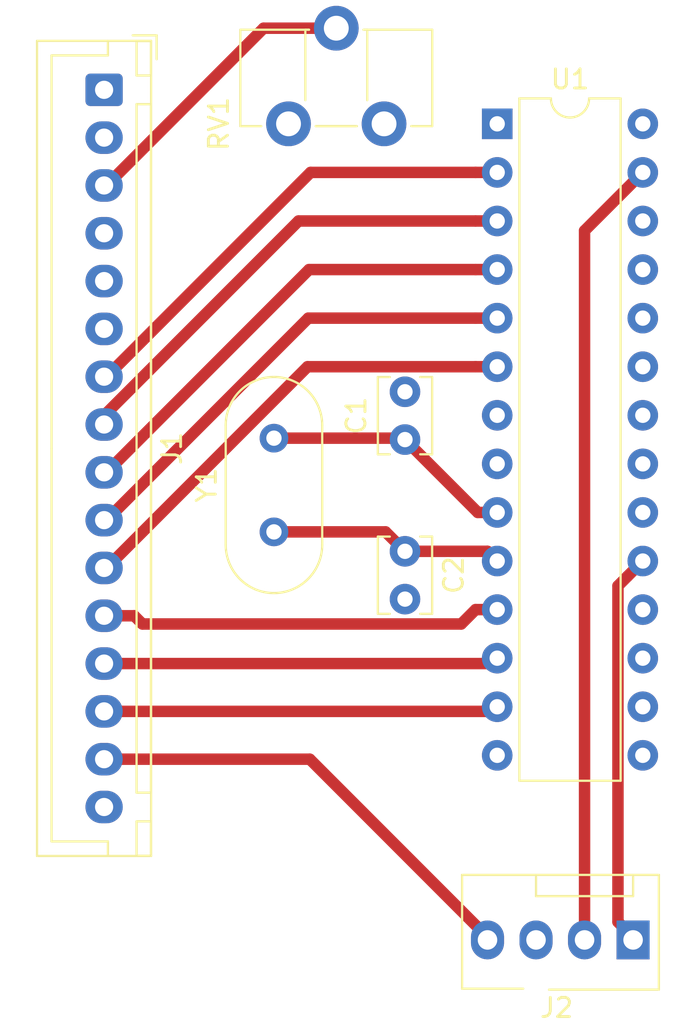
<source format=kicad_pcb>
(kicad_pcb (version 20171130) (host pcbnew "(5.0.1-3-g963ef8bb5)")

  (general
    (thickness 1.6)
    (drawings 0)
    (tracks 52)
    (zones 0)
    (modules 7)
    (nets 29)
  )

  (page A4)
  (layers
    (0 F.Cu signal)
    (31 B.Cu signal)
    (32 B.Adhes user)
    (33 F.Adhes user)
    (34 B.Paste user)
    (35 F.Paste user)
    (36 B.SilkS user)
    (37 F.SilkS user)
    (38 B.Mask user)
    (39 F.Mask user)
    (40 Dwgs.User user)
    (41 Cmts.User user)
    (42 Eco1.User user)
    (43 Eco2.User user)
    (44 Edge.Cuts user)
    (45 Margin user)
    (46 B.CrtYd user)
    (47 F.CrtYd user)
    (48 B.Fab user)
    (49 F.Fab user)
  )

  (setup
    (last_trace_width 0.6)
    (user_trace_width 0.5)
    (user_trace_width 0.6)
    (trace_clearance 0.2)
    (zone_clearance 0.508)
    (zone_45_only no)
    (trace_min 0.2)
    (segment_width 0.2)
    (edge_width 0.05)
    (via_size 0.8)
    (via_drill 0.4)
    (via_min_size 0.4)
    (via_min_drill 0.3)
    (user_via 2 1)
    (uvia_size 0.3)
    (uvia_drill 0.1)
    (uvias_allowed no)
    (uvia_min_size 0.2)
    (uvia_min_drill 0.1)
    (pcb_text_width 0.3)
    (pcb_text_size 1.5 1.5)
    (mod_edge_width 0.12)
    (mod_text_size 1 1)
    (mod_text_width 0.15)
    (pad_size 2.34 2.34)
    (pad_drill 1.3)
    (pad_to_mask_clearance 0.051)
    (solder_mask_min_width 0.25)
    (aux_axis_origin 0 0)
    (visible_elements FFFFFF7F)
    (pcbplotparams
      (layerselection 0x010fc_ffffffff)
      (usegerberextensions false)
      (usegerberattributes false)
      (usegerberadvancedattributes false)
      (creategerberjobfile false)
      (excludeedgelayer true)
      (linewidth 0.100000)
      (plotframeref false)
      (viasonmask false)
      (mode 1)
      (useauxorigin false)
      (hpglpennumber 1)
      (hpglpenspeed 20)
      (hpglpendiameter 15.000000)
      (psnegative false)
      (psa4output false)
      (plotreference true)
      (plotvalue true)
      (plotinvisibletext false)
      (padsonsilk false)
      (subtractmaskfromsilk false)
      (outputformat 1)
      (mirror false)
      (drillshape 1)
      (scaleselection 1)
      (outputdirectory ""))
  )

  (net 0 "")
  (net 1 "Net-(C1-Pad1)")
  (net 2 "Net-(C2-Pad1)")
  (net 3 "Net-(J1-Pad14)")
  (net 4 "Net-(J1-Pad13)")
  (net 5 "Net-(J1-Pad12)")
  (net 6 "Net-(J1-Pad11)")
  (net 7 "Net-(J1-Pad10)")
  (net 8 "Net-(J1-Pad9)")
  (net 9 "Net-(J1-Pad8)")
  (net 10 "Net-(J1-Pad7)")
  (net 11 "Net-(J1-Pad6)")
  (net 12 "Net-(J1-Pad4)")
  (net 13 "Net-(J1-Pad3)")
  (net 14 "Net-(J2-Pad2)")
  (net 15 "Net-(J2-Pad1)")
  (net 16 "Net-(U1-Pad26)")
  (net 17 "Net-(U1-Pad25)")
  (net 18 "Net-(U1-Pad24)")
  (net 19 "Net-(U1-Pad23)")
  (net 20 "Net-(U1-Pad21)")
  (net 21 "Net-(U1-Pad20)")
  (net 22 "Net-(U1-Pad16)")
  (net 23 "Net-(C1-Pad2)")
  (net 24 "Net-(J1-Pad15)")
  (net 25 "Net-(J3-Pada3)")
  (net 26 "Net-(J3-Padb2)")
  (net 27 "Net-(J3-Pada1)")
  (net 28 "Net-(U1-Pad28)")

  (net_class Default "This is the default net class."
    (clearance 0.2)
    (trace_width 0.25)
    (via_dia 0.8)
    (via_drill 0.4)
    (uvia_dia 0.3)
    (uvia_drill 0.1)
    (add_net "Net-(C1-Pad1)")
    (add_net "Net-(C1-Pad2)")
    (add_net "Net-(C2-Pad1)")
    (add_net "Net-(J1-Pad10)")
    (add_net "Net-(J1-Pad11)")
    (add_net "Net-(J1-Pad12)")
    (add_net "Net-(J1-Pad13)")
    (add_net "Net-(J1-Pad14)")
    (add_net "Net-(J1-Pad15)")
    (add_net "Net-(J1-Pad3)")
    (add_net "Net-(J1-Pad4)")
    (add_net "Net-(J1-Pad6)")
    (add_net "Net-(J1-Pad7)")
    (add_net "Net-(J1-Pad8)")
    (add_net "Net-(J1-Pad9)")
    (add_net "Net-(J2-Pad1)")
    (add_net "Net-(J2-Pad2)")
    (add_net "Net-(J3-Pada1)")
    (add_net "Net-(J3-Pada3)")
    (add_net "Net-(J3-Padb2)")
    (add_net "Net-(U1-Pad16)")
    (add_net "Net-(U1-Pad20)")
    (add_net "Net-(U1-Pad21)")
    (add_net "Net-(U1-Pad23)")
    (add_net "Net-(U1-Pad24)")
    (add_net "Net-(U1-Pad25)")
    (add_net "Net-(U1-Pad26)")
    (add_net "Net-(U1-Pad28)")
  )

  (module Crystal:Crystal_HC18-U_Vertical (layer F.Cu) (tedit 5A1AD3B7) (tstamp 5E4D3BD1)
    (at 130.556 123.952 90)
    (descr "Crystal THT HC-18/U, http://5hertz.com/pdfs/04404_D.pdf")
    (tags "THT crystalHC-18/U")
    (path /5E4C5469)
    (fp_text reference Y1 (at 2.45 -3.525 90) (layer F.SilkS)
      (effects (font (size 1 1) (thickness 0.15)))
    )
    (fp_text value Crystal (at 2.45 3.525 90) (layer F.Fab)
      (effects (font (size 1 1) (thickness 0.15)))
    )
    (fp_text user %R (at 2.45 0 90) (layer F.Fab)
      (effects (font (size 1 1) (thickness 0.15)))
    )
    (fp_line (start -0.675 -2.325) (end 5.575 -2.325) (layer F.Fab) (width 0.1))
    (fp_line (start -0.675 2.325) (end 5.575 2.325) (layer F.Fab) (width 0.1))
    (fp_line (start -0.55 -2) (end 5.45 -2) (layer F.Fab) (width 0.1))
    (fp_line (start -0.55 2) (end 5.45 2) (layer F.Fab) (width 0.1))
    (fp_line (start -0.675 -2.525) (end 5.575 -2.525) (layer F.SilkS) (width 0.12))
    (fp_line (start -0.675 2.525) (end 5.575 2.525) (layer F.SilkS) (width 0.12))
    (fp_line (start -3.5 -2.8) (end -3.5 2.8) (layer F.CrtYd) (width 0.05))
    (fp_line (start -3.5 2.8) (end 8.4 2.8) (layer F.CrtYd) (width 0.05))
    (fp_line (start 8.4 2.8) (end 8.4 -2.8) (layer F.CrtYd) (width 0.05))
    (fp_line (start 8.4 -2.8) (end -3.5 -2.8) (layer F.CrtYd) (width 0.05))
    (fp_arc (start -0.675 0) (end -0.675 -2.325) (angle -180) (layer F.Fab) (width 0.1))
    (fp_arc (start 5.575 0) (end 5.575 -2.325) (angle 180) (layer F.Fab) (width 0.1))
    (fp_arc (start -0.55 0) (end -0.55 -2) (angle -180) (layer F.Fab) (width 0.1))
    (fp_arc (start 5.45 0) (end 5.45 -2) (angle 180) (layer F.Fab) (width 0.1))
    (fp_arc (start -0.675 0) (end -0.675 -2.525) (angle -180) (layer F.SilkS) (width 0.12))
    (fp_arc (start 5.575 0) (end 5.575 -2.525) (angle 180) (layer F.SilkS) (width 0.12))
    (pad 1 thru_hole circle (at 0 0 90) (size 1.5 1.5) (drill 0.8) (layers *.Cu *.Mask)
      (net 2 "Net-(C2-Pad1)"))
    (pad 2 thru_hole circle (at 4.9 0 90) (size 1.5 1.5) (drill 0.8) (layers *.Cu *.Mask)
      (net 1 "Net-(C1-Pad1)"))
    (model ${KISYS3DMOD}/Crystal.3dshapes/Crystal_HC18-U_Vertical.wrl
      (at (xyz 0 0 0))
      (scale (xyz 1 1 1))
      (rotate (xyz 0 0 0))
    )
  )

  (module Capacitor_THT:C_Disc_D3.8mm_W2.6mm_P2.50mm (layer F.Cu) (tedit 5AE50EF0) (tstamp 5E4D36B1)
    (at 137.414 119.126 90)
    (descr "C, Disc series, Radial, pin pitch=2.50mm, , diameter*width=3.8*2.6mm^2, Capacitor, http://www.vishay.com/docs/45233/krseries.pdf")
    (tags "C Disc series Radial pin pitch 2.50mm  diameter 3.8mm width 2.6mm Capacitor")
    (path /5E4C3E89)
    (fp_text reference C1 (at 1.25 -2.55 90) (layer F.SilkS)
      (effects (font (size 1 1) (thickness 0.15)))
    )
    (fp_text value C (at 1.25 2.55 90) (layer F.Fab)
      (effects (font (size 1 1) (thickness 0.15)))
    )
    (fp_line (start -0.65 -1.3) (end -0.65 1.3) (layer F.Fab) (width 0.1))
    (fp_line (start -0.65 1.3) (end 3.15 1.3) (layer F.Fab) (width 0.1))
    (fp_line (start 3.15 1.3) (end 3.15 -1.3) (layer F.Fab) (width 0.1))
    (fp_line (start 3.15 -1.3) (end -0.65 -1.3) (layer F.Fab) (width 0.1))
    (fp_line (start -0.77 -1.42) (end 3.27 -1.42) (layer F.SilkS) (width 0.12))
    (fp_line (start -0.77 1.42) (end 3.27 1.42) (layer F.SilkS) (width 0.12))
    (fp_line (start -0.77 -1.42) (end -0.77 -0.795) (layer F.SilkS) (width 0.12))
    (fp_line (start -0.77 0.795) (end -0.77 1.42) (layer F.SilkS) (width 0.12))
    (fp_line (start 3.27 -1.42) (end 3.27 -0.795) (layer F.SilkS) (width 0.12))
    (fp_line (start 3.27 0.795) (end 3.27 1.42) (layer F.SilkS) (width 0.12))
    (fp_line (start -1.05 -1.55) (end -1.05 1.55) (layer F.CrtYd) (width 0.05))
    (fp_line (start -1.05 1.55) (end 3.55 1.55) (layer F.CrtYd) (width 0.05))
    (fp_line (start 3.55 1.55) (end 3.55 -1.55) (layer F.CrtYd) (width 0.05))
    (fp_line (start 3.55 -1.55) (end -1.05 -1.55) (layer F.CrtYd) (width 0.05))
    (fp_text user %R (at 1.25 0 90) (layer F.Fab)
      (effects (font (size 0.76 0.76) (thickness 0.114)))
    )
    (pad 1 thru_hole circle (at 0 0 90) (size 1.6 1.6) (drill 0.8) (layers *.Cu *.Mask)
      (net 1 "Net-(C1-Pad1)"))
    (pad 2 thru_hole circle (at 2.5 0 90) (size 1.6 1.6) (drill 0.8) (layers *.Cu *.Mask)
      (net 23 "Net-(C1-Pad2)"))
    (model ${KISYS3DMOD}/Capacitor_THT.3dshapes/C_Disc_D3.8mm_W2.6mm_P2.50mm.wrl
      (at (xyz 0 0 0))
      (scale (xyz 1 1 1))
      (rotate (xyz 0 0 0))
    )
  )

  (module Capacitor_THT:C_Disc_D3.8mm_W2.6mm_P2.50mm (layer F.Cu) (tedit 5AE50EF0) (tstamp 5E4D3CA4)
    (at 137.414 124.968 270)
    (descr "C, Disc series, Radial, pin pitch=2.50mm, , diameter*width=3.8*2.6mm^2, Capacitor, http://www.vishay.com/docs/45233/krseries.pdf")
    (tags "C Disc series Radial pin pitch 2.50mm  diameter 3.8mm width 2.6mm Capacitor")
    (path /5E4C4CD7)
    (fp_text reference C2 (at 1.25 -2.55 270) (layer F.SilkS)
      (effects (font (size 1 1) (thickness 0.15)))
    )
    (fp_text value C (at 1.25 2.55 270) (layer F.Fab)
      (effects (font (size 1 1) (thickness 0.15)))
    )
    (fp_text user %R (at 1.25 0 270) (layer F.Fab)
      (effects (font (size 0.76 0.76) (thickness 0.114)))
    )
    (fp_line (start 3.55 -1.55) (end -1.05 -1.55) (layer F.CrtYd) (width 0.05))
    (fp_line (start 3.55 1.55) (end 3.55 -1.55) (layer F.CrtYd) (width 0.05))
    (fp_line (start -1.05 1.55) (end 3.55 1.55) (layer F.CrtYd) (width 0.05))
    (fp_line (start -1.05 -1.55) (end -1.05 1.55) (layer F.CrtYd) (width 0.05))
    (fp_line (start 3.27 0.795) (end 3.27 1.42) (layer F.SilkS) (width 0.12))
    (fp_line (start 3.27 -1.42) (end 3.27 -0.795) (layer F.SilkS) (width 0.12))
    (fp_line (start -0.77 0.795) (end -0.77 1.42) (layer F.SilkS) (width 0.12))
    (fp_line (start -0.77 -1.42) (end -0.77 -0.795) (layer F.SilkS) (width 0.12))
    (fp_line (start -0.77 1.42) (end 3.27 1.42) (layer F.SilkS) (width 0.12))
    (fp_line (start -0.77 -1.42) (end 3.27 -1.42) (layer F.SilkS) (width 0.12))
    (fp_line (start 3.15 -1.3) (end -0.65 -1.3) (layer F.Fab) (width 0.1))
    (fp_line (start 3.15 1.3) (end 3.15 -1.3) (layer F.Fab) (width 0.1))
    (fp_line (start -0.65 1.3) (end 3.15 1.3) (layer F.Fab) (width 0.1))
    (fp_line (start -0.65 -1.3) (end -0.65 1.3) (layer F.Fab) (width 0.1))
    (pad 2 thru_hole circle (at 2.5 0 270) (size 1.6 1.6) (drill 0.8) (layers *.Cu *.Mask)
      (net 23 "Net-(C1-Pad2)"))
    (pad 1 thru_hole circle (at 0 0 270) (size 1.6 1.6) (drill 0.8) (layers *.Cu *.Mask)
      (net 2 "Net-(C2-Pad1)"))
    (model ${KISYS3DMOD}/Capacitor_THT.3dshapes/C_Disc_D3.8mm_W2.6mm_P2.50mm.wrl
      (at (xyz 0 0 0))
      (scale (xyz 1 1 1))
      (rotate (xyz 0 0 0))
    )
  )

  (module Connector_JST:JST_XH_B16B-XH-A_1x16_P2.50mm_Vertical (layer F.Cu) (tedit 5B7754C5) (tstamp 5E4D36FD)
    (at 121.666 100.838 270)
    (descr "JST XH series connector, B16B-XH-A (http://www.jst-mfg.com/product/pdf/eng/eXH.pdf), generated with kicad-footprint-generator")
    (tags "connector JST XH side entry")
    (path /5E4C6E3B)
    (fp_text reference J1 (at 18.75 -3.55 270) (layer F.SilkS)
      (effects (font (size 1 1) (thickness 0.15)))
    )
    (fp_text value Conn_01x16_Female (at 18.75 4.6 270) (layer F.Fab)
      (effects (font (size 1 1) (thickness 0.15)))
    )
    (fp_line (start -2.45 -2.35) (end -2.45 3.4) (layer F.Fab) (width 0.1))
    (fp_line (start -2.45 3.4) (end 39.95 3.4) (layer F.Fab) (width 0.1))
    (fp_line (start 39.95 3.4) (end 39.95 -2.35) (layer F.Fab) (width 0.1))
    (fp_line (start 39.95 -2.35) (end -2.45 -2.35) (layer F.Fab) (width 0.1))
    (fp_line (start -2.56 -2.46) (end -2.56 3.51) (layer F.SilkS) (width 0.12))
    (fp_line (start -2.56 3.51) (end 40.06 3.51) (layer F.SilkS) (width 0.12))
    (fp_line (start 40.06 3.51) (end 40.06 -2.46) (layer F.SilkS) (width 0.12))
    (fp_line (start 40.06 -2.46) (end -2.56 -2.46) (layer F.SilkS) (width 0.12))
    (fp_line (start -2.95 -2.85) (end -2.95 3.9) (layer F.CrtYd) (width 0.05))
    (fp_line (start -2.95 3.9) (end 40.45 3.9) (layer F.CrtYd) (width 0.05))
    (fp_line (start 40.45 3.9) (end 40.45 -2.85) (layer F.CrtYd) (width 0.05))
    (fp_line (start 40.45 -2.85) (end -2.95 -2.85) (layer F.CrtYd) (width 0.05))
    (fp_line (start -0.625 -2.35) (end 0 -1.35) (layer F.Fab) (width 0.1))
    (fp_line (start 0 -1.35) (end 0.625 -2.35) (layer F.Fab) (width 0.1))
    (fp_line (start 0.75 -2.45) (end 0.75 -1.7) (layer F.SilkS) (width 0.12))
    (fp_line (start 0.75 -1.7) (end 36.75 -1.7) (layer F.SilkS) (width 0.12))
    (fp_line (start 36.75 -1.7) (end 36.75 -2.45) (layer F.SilkS) (width 0.12))
    (fp_line (start 36.75 -2.45) (end 0.75 -2.45) (layer F.SilkS) (width 0.12))
    (fp_line (start -2.55 -2.45) (end -2.55 -1.7) (layer F.SilkS) (width 0.12))
    (fp_line (start -2.55 -1.7) (end -0.75 -1.7) (layer F.SilkS) (width 0.12))
    (fp_line (start -0.75 -1.7) (end -0.75 -2.45) (layer F.SilkS) (width 0.12))
    (fp_line (start -0.75 -2.45) (end -2.55 -2.45) (layer F.SilkS) (width 0.12))
    (fp_line (start 38.25 -2.45) (end 38.25 -1.7) (layer F.SilkS) (width 0.12))
    (fp_line (start 38.25 -1.7) (end 40.05 -1.7) (layer F.SilkS) (width 0.12))
    (fp_line (start 40.05 -1.7) (end 40.05 -2.45) (layer F.SilkS) (width 0.12))
    (fp_line (start 40.05 -2.45) (end 38.25 -2.45) (layer F.SilkS) (width 0.12))
    (fp_line (start -2.55 -0.2) (end -1.8 -0.2) (layer F.SilkS) (width 0.12))
    (fp_line (start -1.8 -0.2) (end -1.8 2.75) (layer F.SilkS) (width 0.12))
    (fp_line (start -1.8 2.75) (end 18.75 2.75) (layer F.SilkS) (width 0.12))
    (fp_line (start 40.05 -0.2) (end 39.3 -0.2) (layer F.SilkS) (width 0.12))
    (fp_line (start 39.3 -0.2) (end 39.3 2.75) (layer F.SilkS) (width 0.12))
    (fp_line (start 39.3 2.75) (end 18.75 2.75) (layer F.SilkS) (width 0.12))
    (fp_line (start -1.6 -2.75) (end -2.85 -2.75) (layer F.SilkS) (width 0.12))
    (fp_line (start -2.85 -2.75) (end -2.85 -1.5) (layer F.SilkS) (width 0.12))
    (fp_text user %R (at 18.75 2.7 270) (layer F.Fab)
      (effects (font (size 1 1) (thickness 0.15)))
    )
    (pad 1 thru_hole roundrect (at 0 0 270) (size 1.7 1.95) (drill 0.95) (layers *.Cu *.Mask) (roundrect_rratio 0.147059)
      (net 23 "Net-(C1-Pad2)"))
    (pad 2 thru_hole oval (at 2.5 0 270) (size 1.7 1.95) (drill 0.95) (layers *.Cu *.Mask)
      (net 24 "Net-(J1-Pad15)"))
    (pad 3 thru_hole oval (at 5 0 270) (size 1.7 1.95) (drill 0.95) (layers *.Cu *.Mask)
      (net 13 "Net-(J1-Pad3)"))
    (pad 4 thru_hole oval (at 7.5 0 270) (size 1.7 1.95) (drill 0.95) (layers *.Cu *.Mask)
      (net 12 "Net-(J1-Pad4)"))
    (pad 5 thru_hole oval (at 10 0 270) (size 1.7 1.95) (drill 0.95) (layers *.Cu *.Mask)
      (net 23 "Net-(C1-Pad2)"))
    (pad 6 thru_hole oval (at 12.5 0 270) (size 1.7 1.95) (drill 0.95) (layers *.Cu *.Mask)
      (net 11 "Net-(J1-Pad6)"))
    (pad 7 thru_hole oval (at 15 0 270) (size 1.7 1.95) (drill 0.95) (layers *.Cu *.Mask)
      (net 10 "Net-(J1-Pad7)"))
    (pad 8 thru_hole oval (at 17.5 0 270) (size 1.7 1.95) (drill 0.95) (layers *.Cu *.Mask)
      (net 9 "Net-(J1-Pad8)"))
    (pad 9 thru_hole oval (at 20 0 270) (size 1.7 1.95) (drill 0.95) (layers *.Cu *.Mask)
      (net 8 "Net-(J1-Pad9)"))
    (pad 10 thru_hole oval (at 22.5 0 270) (size 1.7 1.95) (drill 0.95) (layers *.Cu *.Mask)
      (net 7 "Net-(J1-Pad10)"))
    (pad 11 thru_hole oval (at 25 0 270) (size 1.7 1.95) (drill 0.95) (layers *.Cu *.Mask)
      (net 6 "Net-(J1-Pad11)"))
    (pad 12 thru_hole oval (at 27.5 0 270) (size 1.7 1.95) (drill 0.95) (layers *.Cu *.Mask)
      (net 5 "Net-(J1-Pad12)"))
    (pad 13 thru_hole oval (at 30 0 270) (size 1.7 1.95) (drill 0.95) (layers *.Cu *.Mask)
      (net 4 "Net-(J1-Pad13)"))
    (pad 14 thru_hole oval (at 32.5 0 270) (size 1.7 1.95) (drill 0.95) (layers *.Cu *.Mask)
      (net 3 "Net-(J1-Pad14)"))
    (pad 15 thru_hole oval (at 35 0 270) (size 1.7 1.95) (drill 0.95) (layers *.Cu *.Mask)
      (net 24 "Net-(J1-Pad15)"))
    (pad 16 thru_hole oval (at 37.5 0 270) (size 1.7 1.95) (drill 0.95) (layers *.Cu *.Mask)
      (net 23 "Net-(C1-Pad2)"))
    (model ${KISYS3DMOD}/Connector_JST.3dshapes/JST_XH_B16B-XH-A_1x16_P2.50mm_Vertical.wrl
      (at (xyz 0 0 0))
      (scale (xyz 1 1 1))
      (rotate (xyz 0 0 0))
    )
  )

  (module Connector:FanPinHeader_1x04_P2.54mm_Vertical (layer F.Cu) (tedit 5A19DE55) (tstamp 5E4D371C)
    (at 149.352 145.288 180)
    (descr "4-pin CPU fan Through hole pin header, e.g. for Wieson part number 2366C888-007 Molex 47053-1000, Foxconn HF27040-M1, Tyco 1470947-1 or equivalent, see http://www.formfactors.org/developer%5Cspecs%5Crev1_2_public.pdf")
    (tags "pin header 4-pin CPU fan")
    (path /5E4CC5C4)
    (fp_text reference J2 (at 4 -3.55 180) (layer F.SilkS)
      (effects (font (size 1 1) (thickness 0.15)))
    )
    (fp_text value Conn_01x04_Male (at 4.05 4.35 180) (layer F.Fab)
      (effects (font (size 1 1) (thickness 0.15)))
    )
    (fp_text user %R (at 1.85 -1.75 180) (layer F.Fab)
      (effects (font (size 1 1) (thickness 0.15)))
    )
    (fp_line (start -1.35 -2.6) (end 4.4 -2.6) (layer F.SilkS) (width 0.12))
    (fp_line (start 5.75 -2.55) (end 8.95 -2.55) (layer F.SilkS) (width 0.12))
    (fp_line (start 8.95 -2.55) (end 8.95 3.4) (layer F.SilkS) (width 0.12))
    (fp_line (start 8.95 3.4) (end -1.35 3.4) (layer F.SilkS) (width 0.12))
    (fp_line (start -1.35 3.4) (end -1.35 -2.6) (layer F.SilkS) (width 0.12))
    (fp_line (start 5.1 3.3) (end 5.1 2.3) (layer F.Fab) (width 0.1))
    (fp_line (start 5.1 2.3) (end 0 2.3) (layer F.Fab) (width 0.1))
    (fp_line (start 0 2.3) (end 0 3.3) (layer F.Fab) (width 0.1))
    (fp_line (start 5.75 -2.5) (end 8.85 -2.5) (layer F.Fab) (width 0.1))
    (fp_line (start 8.85 -2.5) (end 8.85 3.3) (layer F.Fab) (width 0.1))
    (fp_line (start 8.85 3.3) (end -1.2 3.3) (layer F.Fab) (width 0.1))
    (fp_line (start -1.2 3.3) (end -1.25 3.3) (layer F.Fab) (width 0.1))
    (fp_line (start -1.25 3.3) (end -1.25 -2.5) (layer F.Fab) (width 0.1))
    (fp_line (start -1.25 -2.5) (end 4.4 -2.5) (layer F.Fab) (width 0.1))
    (fp_line (start 0 3.3) (end 0 2.29) (layer F.SilkS) (width 0.12))
    (fp_line (start 0 2.29) (end 5.08 2.29) (layer F.SilkS) (width 0.12))
    (fp_line (start 5.08 2.29) (end 5.08 3.3) (layer F.SilkS) (width 0.12))
    (fp_line (start -1.75 3.8) (end -1.75 -3.2) (layer F.CrtYd) (width 0.05))
    (fp_line (start -1.75 3.8) (end 9.35 3.8) (layer F.CrtYd) (width 0.05))
    (fp_line (start 9.35 -3.2) (end -1.75 -3.2) (layer F.CrtYd) (width 0.05))
    (fp_line (start 9.35 -3.2) (end 9.35 3.8) (layer F.CrtYd) (width 0.05))
    (pad 1 thru_hole rect (at 0 0 270) (size 2.03 1.73) (drill 1.02) (layers *.Cu *.Mask)
      (net 15 "Net-(J2-Pad1)"))
    (pad 2 thru_hole oval (at 2.54 0 270) (size 2.03 1.73) (drill 1.02) (layers *.Cu *.Mask)
      (net 14 "Net-(J2-Pad2)"))
    (pad 3 thru_hole oval (at 5.08 0 270) (size 2.03 1.73) (drill 1.02) (layers *.Cu *.Mask)
      (net 23 "Net-(C1-Pad2)"))
    (pad 4 thru_hole oval (at 7.62 0 270) (size 2.03 1.73) (drill 1.02) (layers *.Cu *.Mask)
      (net 24 "Net-(J1-Pad15)"))
    (pad "" np_thru_hole circle (at 5.08 -2.16 270) (size 1.1 1.1) (drill 1.1) (layers *.Cu *.Mask))
    (model ${KISYS3DMOD}/Connector.3dshapes/FanPinHeader_1x04_P2.54mm_Vertical.wrl
      (at (xyz 0 0 0))
      (scale (xyz 1 1 1))
      (rotate (xyz 0 0 0))
    )
  )

  (module Potentiometer_THT:Potentiometer_ACP_CA9-H5_Horizontal (layer F.Cu) (tedit 5A3D4994) (tstamp 5E4D4372)
    (at 131.318 102.616 90)
    (descr "Potentiometer, horizontal, ACP CA9-H5, http://www.acptechnologies.com/wp-content/uploads/2017/05/02-ACP-CA9-CE9.pdf")
    (tags "Potentiometer horizontal ACP CA9-H5")
    (path /5E4C21B6)
    (fp_text reference RV1 (at 0 -3.65 90) (layer F.SilkS)
      (effects (font (size 1 1) (thickness 0.15)))
    )
    (fp_text value R_POT (at 0 8.65 90) (layer F.Fab)
      (effects (font (size 1 1) (thickness 0.15)))
    )
    (fp_line (start 4.8 -2.4) (end 4.8 7.4) (layer F.Fab) (width 0.1))
    (fp_line (start 4.8 7.4) (end 0 7.4) (layer F.Fab) (width 0.1))
    (fp_line (start 0 7.4) (end 0 -2.4) (layer F.Fab) (width 0.1))
    (fp_line (start 0 -2.4) (end 4.8 -2.4) (layer F.Fab) (width 0.1))
    (fp_line (start 0 1) (end 0 4) (layer F.Fab) (width 0.1))
    (fp_line (start 0 4) (end 4.8 4) (layer F.Fab) (width 0.1))
    (fp_line (start 4.8 4) (end 4.8 1) (layer F.Fab) (width 0.1))
    (fp_line (start 4.8 1) (end 0 1) (layer F.Fab) (width 0.1))
    (fp_line (start -0.121 -2.521) (end 4.92 -2.521) (layer F.SilkS) (width 0.12))
    (fp_line (start -0.121 7.52) (end 4.92 7.52) (layer F.SilkS) (width 0.12))
    (fp_line (start 4.92 -2.521) (end 4.92 1.075) (layer F.SilkS) (width 0.12))
    (fp_line (start 4.92 3.925) (end 4.92 7.52) (layer F.SilkS) (width 0.12))
    (fp_line (start -0.121 6.425) (end -0.121 7.52) (layer F.SilkS) (width 0.12))
    (fp_line (start -0.121 -2.521) (end -0.121 -1.426) (layer F.SilkS) (width 0.12))
    (fp_line (start -0.121 1.426) (end -0.121 3.575) (layer F.SilkS) (width 0.12))
    (fp_line (start 1.237 0.88) (end 4.92 0.88) (layer F.SilkS) (width 0.12))
    (fp_line (start 1.237 4.12) (end 4.92 4.12) (layer F.SilkS) (width 0.12))
    (fp_line (start -0.121 1.426) (end -0.121 3.575) (layer F.SilkS) (width 0.12))
    (fp_line (start 4.92 0.88) (end 4.92 1.075) (layer F.SilkS) (width 0.12))
    (fp_line (start 4.92 3.925) (end 4.92 4.12) (layer F.SilkS) (width 0.12))
    (fp_line (start -1.45 -2.7) (end -1.45 7.65) (layer F.CrtYd) (width 0.05))
    (fp_line (start -1.45 7.65) (end 6.45 7.65) (layer F.CrtYd) (width 0.05))
    (fp_line (start 6.45 7.65) (end 6.45 -2.7) (layer F.CrtYd) (width 0.05))
    (fp_line (start 6.45 -2.7) (end -1.45 -2.7) (layer F.CrtYd) (width 0.05))
    (fp_text user %R (at 2.4 2.5 90) (layer F.Fab)
      (effects (font (size 1 1) (thickness 0.15)))
    )
    (pad 3 thru_hole circle (at 0 5 90) (size 2.34 2.34) (drill 1.3) (layers *.Cu *.Mask)
      (net 23 "Net-(C1-Pad2)"))
    (pad 2 thru_hole circle (at 5 2.5 90) (size 2.34 2.34) (drill 1.3) (layers *.Cu *.Mask)
      (net 13 "Net-(J1-Pad3)"))
    (pad 1 thru_hole circle (at 0 0 90) (size 2.34 2.34) (drill 1.3) (layers *.Cu *.Mask)
      (net 24 "Net-(J1-Pad15)"))
    (model ${KISYS3DMOD}/Potentiometer_THT.3dshapes/Potentiometer_ACP_CA9-H5_Horizontal.wrl
      (at (xyz 0 0 0))
      (scale (xyz 1 1 1))
      (rotate (xyz 0 0 0))
    )
  )

  (module Package_DIP:DIP-28_W7.62mm (layer F.Cu) (tedit 5A02E8C5) (tstamp 5E4D376C)
    (at 142.24 102.616)
    (descr "28-lead though-hole mounted DIP package, row spacing 7.62 mm (300 mils)")
    (tags "THT DIP DIL PDIP 2.54mm 7.62mm 300mil")
    (path /5E4D81ED)
    (fp_text reference U1 (at 3.81 -2.33) (layer F.SilkS)
      (effects (font (size 1 1) (thickness 0.15)))
    )
    (fp_text value ATmega328P-PU (at 3.81 35.35) (layer F.Fab)
      (effects (font (size 1 1) (thickness 0.15)))
    )
    (fp_arc (start 3.81 -1.33) (end 2.81 -1.33) (angle -180) (layer F.SilkS) (width 0.12))
    (fp_line (start 1.635 -1.27) (end 6.985 -1.27) (layer F.Fab) (width 0.1))
    (fp_line (start 6.985 -1.27) (end 6.985 34.29) (layer F.Fab) (width 0.1))
    (fp_line (start 6.985 34.29) (end 0.635 34.29) (layer F.Fab) (width 0.1))
    (fp_line (start 0.635 34.29) (end 0.635 -0.27) (layer F.Fab) (width 0.1))
    (fp_line (start 0.635 -0.27) (end 1.635 -1.27) (layer F.Fab) (width 0.1))
    (fp_line (start 2.81 -1.33) (end 1.16 -1.33) (layer F.SilkS) (width 0.12))
    (fp_line (start 1.16 -1.33) (end 1.16 34.35) (layer F.SilkS) (width 0.12))
    (fp_line (start 1.16 34.35) (end 6.46 34.35) (layer F.SilkS) (width 0.12))
    (fp_line (start 6.46 34.35) (end 6.46 -1.33) (layer F.SilkS) (width 0.12))
    (fp_line (start 6.46 -1.33) (end 4.81 -1.33) (layer F.SilkS) (width 0.12))
    (fp_line (start -1.1 -1.55) (end -1.1 34.55) (layer F.CrtYd) (width 0.05))
    (fp_line (start -1.1 34.55) (end 8.7 34.55) (layer F.CrtYd) (width 0.05))
    (fp_line (start 8.7 34.55) (end 8.7 -1.55) (layer F.CrtYd) (width 0.05))
    (fp_line (start 8.7 -1.55) (end -1.1 -1.55) (layer F.CrtYd) (width 0.05))
    (fp_text user %R (at 3.81 16.51) (layer F.Fab)
      (effects (font (size 1 1) (thickness 0.15)))
    )
    (pad 1 thru_hole rect (at 0 0) (size 1.6 1.6) (drill 0.8) (layers *.Cu *.Mask)
      (net 25 "Net-(J3-Pada3)"))
    (pad 15 thru_hole oval (at 7.62 33.02) (size 1.6 1.6) (drill 0.8) (layers *.Cu *.Mask)
      (net 11 "Net-(J1-Pad6)"))
    (pad 2 thru_hole oval (at 0 2.54) (size 1.6 1.6) (drill 0.8) (layers *.Cu *.Mask)
      (net 10 "Net-(J1-Pad7)"))
    (pad 16 thru_hole oval (at 7.62 30.48) (size 1.6 1.6) (drill 0.8) (layers *.Cu *.Mask)
      (net 22 "Net-(U1-Pad16)"))
    (pad 3 thru_hole oval (at 0 5.08) (size 1.6 1.6) (drill 0.8) (layers *.Cu *.Mask)
      (net 9 "Net-(J1-Pad8)"))
    (pad 17 thru_hole oval (at 7.62 27.94) (size 1.6 1.6) (drill 0.8) (layers *.Cu *.Mask)
      (net 26 "Net-(J3-Padb2)"))
    (pad 4 thru_hole oval (at 0 7.62) (size 1.6 1.6) (drill 0.8) (layers *.Cu *.Mask)
      (net 8 "Net-(J1-Pad9)"))
    (pad 18 thru_hole oval (at 7.62 25.4) (size 1.6 1.6) (drill 0.8) (layers *.Cu *.Mask)
      (net 27 "Net-(J3-Pada1)"))
    (pad 5 thru_hole oval (at 0 10.16) (size 1.6 1.6) (drill 0.8) (layers *.Cu *.Mask)
      (net 7 "Net-(J1-Pad10)"))
    (pad 19 thru_hole oval (at 7.62 22.86) (size 1.6 1.6) (drill 0.8) (layers *.Cu *.Mask)
      (net 15 "Net-(J2-Pad1)"))
    (pad 6 thru_hole oval (at 0 12.7) (size 1.6 1.6) (drill 0.8) (layers *.Cu *.Mask)
      (net 6 "Net-(J1-Pad11)"))
    (pad 20 thru_hole oval (at 7.62 20.32) (size 1.6 1.6) (drill 0.8) (layers *.Cu *.Mask)
      (net 21 "Net-(U1-Pad20)"))
    (pad 7 thru_hole oval (at 0 15.24) (size 1.6 1.6) (drill 0.8) (layers *.Cu *.Mask)
      (net 24 "Net-(J1-Pad15)"))
    (pad 21 thru_hole oval (at 7.62 17.78) (size 1.6 1.6) (drill 0.8) (layers *.Cu *.Mask)
      (net 20 "Net-(U1-Pad21)"))
    (pad 8 thru_hole oval (at 0 17.78) (size 1.6 1.6) (drill 0.8) (layers *.Cu *.Mask)
      (net 23 "Net-(C1-Pad2)"))
    (pad 22 thru_hole oval (at 7.62 15.24) (size 1.6 1.6) (drill 0.8) (layers *.Cu *.Mask)
      (net 23 "Net-(C1-Pad2)"))
    (pad 9 thru_hole oval (at 0 20.32) (size 1.6 1.6) (drill 0.8) (layers *.Cu *.Mask)
      (net 1 "Net-(C1-Pad1)"))
    (pad 23 thru_hole oval (at 7.62 12.7) (size 1.6 1.6) (drill 0.8) (layers *.Cu *.Mask)
      (net 19 "Net-(U1-Pad23)"))
    (pad 10 thru_hole oval (at 0 22.86) (size 1.6 1.6) (drill 0.8) (layers *.Cu *.Mask)
      (net 2 "Net-(C2-Pad1)"))
    (pad 24 thru_hole oval (at 7.62 10.16) (size 1.6 1.6) (drill 0.8) (layers *.Cu *.Mask)
      (net 18 "Net-(U1-Pad24)"))
    (pad 11 thru_hole oval (at 0 25.4) (size 1.6 1.6) (drill 0.8) (layers *.Cu *.Mask)
      (net 5 "Net-(J1-Pad12)"))
    (pad 25 thru_hole oval (at 7.62 7.62) (size 1.6 1.6) (drill 0.8) (layers *.Cu *.Mask)
      (net 17 "Net-(U1-Pad25)"))
    (pad 12 thru_hole oval (at 0 27.94) (size 1.6 1.6) (drill 0.8) (layers *.Cu *.Mask)
      (net 4 "Net-(J1-Pad13)"))
    (pad 26 thru_hole oval (at 7.62 5.08) (size 1.6 1.6) (drill 0.8) (layers *.Cu *.Mask)
      (net 16 "Net-(U1-Pad26)"))
    (pad 13 thru_hole oval (at 0 30.48) (size 1.6 1.6) (drill 0.8) (layers *.Cu *.Mask)
      (net 3 "Net-(J1-Pad14)"))
    (pad 27 thru_hole oval (at 7.62 2.54) (size 1.6 1.6) (drill 0.8) (layers *.Cu *.Mask)
      (net 14 "Net-(J2-Pad2)"))
    (pad 14 thru_hole oval (at 0 33.02) (size 1.6 1.6) (drill 0.8) (layers *.Cu *.Mask)
      (net 12 "Net-(J1-Pad4)"))
    (pad 28 thru_hole oval (at 7.62 0) (size 1.6 1.6) (drill 0.8) (layers *.Cu *.Mask)
      (net 28 "Net-(U1-Pad28)"))
    (model ${KISYS3DMOD}/Package_DIP.3dshapes/DIP-28_W7.62mm.wrl
      (at (xyz 0 0 0))
      (scale (xyz 1 1 1))
      (rotate (xyz 0 0 0))
    )
  )

  (segment (start 141.224 122.936) (end 142.24 122.936) (width 0.6) (layer F.Cu) (net 1))
  (segment (start 137.414 119.126) (end 141.224 122.936) (width 0.6) (layer F.Cu) (net 1))
  (segment (start 137.34 119.052) (end 137.414 119.126) (width 0.6) (layer F.Cu) (net 1))
  (segment (start 130.556 119.052) (end 137.34 119.052) (width 0.6) (layer F.Cu) (net 1))
  (segment (start 141.732 124.968) (end 142.24 125.476) (width 0.6) (layer F.Cu) (net 2))
  (segment (start 137.414 124.968) (end 141.732 124.968) (width 0.6) (layer F.Cu) (net 2))
  (segment (start 136.398 123.952) (end 137.414 124.968) (width 0.6) (layer F.Cu) (net 2))
  (segment (start 130.556 123.952) (end 136.398 123.952) (width 0.6) (layer F.Cu) (net 2))
  (segment (start 141.998 133.338) (end 142.24 133.096) (width 0.6) (layer F.Cu) (net 3))
  (segment (start 121.666 133.338) (end 141.998 133.338) (width 0.6) (layer F.Cu) (net 3))
  (segment (start 142.188002 130.556) (end 142.24 130.556) (width 0.6) (layer F.Cu) (net 4))
  (segment (start 141.906002 130.838) (end 142.188002 130.556) (width 0.6) (layer F.Cu) (net 4))
  (segment (start 121.666 130.838) (end 141.906002 130.838) (width 0.6) (layer F.Cu) (net 4))
  (segment (start 140.356629 128.768001) (end 141.10863 128.016) (width 0.6) (layer F.Cu) (net 5))
  (segment (start 141.10863 128.016) (end 142.24 128.016) (width 0.6) (layer F.Cu) (net 5))
  (segment (start 123.671001 128.768001) (end 140.356629 128.768001) (width 0.6) (layer F.Cu) (net 5))
  (segment (start 123.241 128.338) (end 123.671001 128.768001) (width 0.6) (layer F.Cu) (net 5))
  (segment (start 121.666 128.338) (end 123.241 128.338) (width 0.6) (layer F.Cu) (net 5))
  (segment (start 141.10863 115.316) (end 142.24 115.316) (width 0.6) (layer F.Cu) (net 6))
  (segment (start 132.313 115.316) (end 141.10863 115.316) (width 0.6) (layer F.Cu) (net 6))
  (segment (start 121.791 125.838) (end 132.313 115.316) (width 0.6) (layer F.Cu) (net 6))
  (segment (start 121.666 125.838) (end 121.791 125.838) (width 0.6) (layer F.Cu) (net 6))
  (segment (start 132.353 112.776) (end 141.10863 112.776) (width 0.6) (layer F.Cu) (net 7))
  (segment (start 121.791 123.338) (end 132.353 112.776) (width 0.6) (layer F.Cu) (net 7))
  (segment (start 141.10863 112.776) (end 142.24 112.776) (width 0.6) (layer F.Cu) (net 7))
  (segment (start 121.666 123.338) (end 121.791 123.338) (width 0.6) (layer F.Cu) (net 7))
  (segment (start 141.10863 110.236) (end 142.24 110.236) (width 0.6) (layer F.Cu) (net 8))
  (segment (start 132.393 110.236) (end 141.10863 110.236) (width 0.6) (layer F.Cu) (net 8))
  (segment (start 121.791 120.838) (end 132.393 110.236) (width 0.6) (layer F.Cu) (net 8))
  (segment (start 121.666 120.838) (end 121.791 120.838) (width 0.6) (layer F.Cu) (net 8))
  (segment (start 141.10863 107.696) (end 142.24 107.696) (width 0.6) (layer F.Cu) (net 9))
  (segment (start 131.842202 107.696) (end 141.10863 107.696) (width 0.6) (layer F.Cu) (net 9))
  (segment (start 121.666 117.872202) (end 131.842202 107.696) (width 0.6) (layer F.Cu) (net 9))
  (segment (start 121.666 118.338) (end 121.666 117.872202) (width 0.6) (layer F.Cu) (net 9))
  (segment (start 141.10863 105.156) (end 142.24 105.156) (width 0.6) (layer F.Cu) (net 10))
  (segment (start 121.791 115.838) (end 132.473 105.156) (width 0.6) (layer F.Cu) (net 10))
  (segment (start 132.473 105.156) (end 141.10863 105.156) (width 0.6) (layer F.Cu) (net 10))
  (segment (start 121.666 115.838) (end 121.791 115.838) (width 0.6) (layer F.Cu) (net 10))
  (segment (start 121.666 108.338) (end 121.541 108.338) (width 0.6) (layer F.Cu) (net 12))
  (segment (start 130.013 97.616) (end 133.818 97.616) (width 0.6) (layer F.Cu) (net 13))
  (segment (start 121.791 105.838) (end 130.013 97.616) (width 0.6) (layer F.Cu) (net 13))
  (segment (start 121.666 105.838) (end 121.791 105.838) (width 0.6) (layer F.Cu) (net 13))
  (segment (start 146.812 108.204) (end 149.86 105.156) (width 0.6) (layer F.Cu) (net 14))
  (segment (start 146.812 145.288) (end 146.812 108.204) (width 0.6) (layer F.Cu) (net 14))
  (segment (start 149.060001 126.275999) (end 149.86 125.476) (width 0.6) (layer F.Cu) (net 15))
  (segment (start 148.559999 126.776001) (end 149.060001 126.275999) (width 0.6) (layer F.Cu) (net 15))
  (segment (start 148.559999 144.345999) (end 148.559999 126.776001) (width 0.6) (layer F.Cu) (net 15))
  (segment (start 149.352 145.138) (end 148.559999 144.345999) (width 0.6) (layer F.Cu) (net 15))
  (segment (start 149.352 145.288) (end 149.352 145.138) (width 0.6) (layer F.Cu) (net 15))
  (segment (start 141.732 145.138) (end 141.732 145.288) (width 0.6) (layer F.Cu) (net 24))
  (segment (start 132.432 135.838) (end 141.732 145.138) (width 0.6) (layer F.Cu) (net 24))
  (segment (start 121.666 135.838) (end 132.432 135.838) (width 0.6) (layer F.Cu) (net 24))

)

</source>
